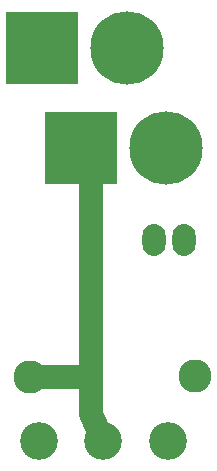
<source format=gbr>
%TF.GenerationSoftware,Altium Limited,Altium Designer,23.4.1 (23)*%
G04 Layer_Color=16711935*
%FSLAX45Y45*%
%MOMM*%
%TF.SameCoordinates,F753716F-663C-4D52-ACFB-96E6D702F145*%
%TF.FilePolarity,Negative*%
%TF.FileFunction,Soldermask,Bot*%
%TF.Part,Single*%
G01*
G75*
%TA.AperFunction,NonConductor*%
%ADD22C,2.00000*%
%TA.AperFunction,ComponentPad*%
%ADD25C,6.20320*%
%ADD26R,6.20320X6.20320*%
%ADD27C,2.80320*%
%ADD28C,3.20320*%
%ADD29O,1.95320X2.70320*%
D22*
X380000Y1090000D02*
X890000D01*
X900000Y780000D02*
Y2840000D01*
Y780000D02*
X1000000Y550000D01*
D25*
X1200200Y3879800D02*
D03*
X1530200Y3030200D02*
D03*
D26*
X480200Y3879800D02*
D03*
X810200Y3030200D02*
D03*
D27*
X380000Y1090000D02*
D03*
X1780000Y1100000D02*
D03*
D28*
X1000000Y550000D02*
D03*
X452500D02*
D03*
X1547500D02*
D03*
D29*
X1430000Y2250000D02*
D03*
X1680000D02*
D03*
%TF.MD5,e7056cd99d954a99f9d7707873cf193d*%
M02*

</source>
